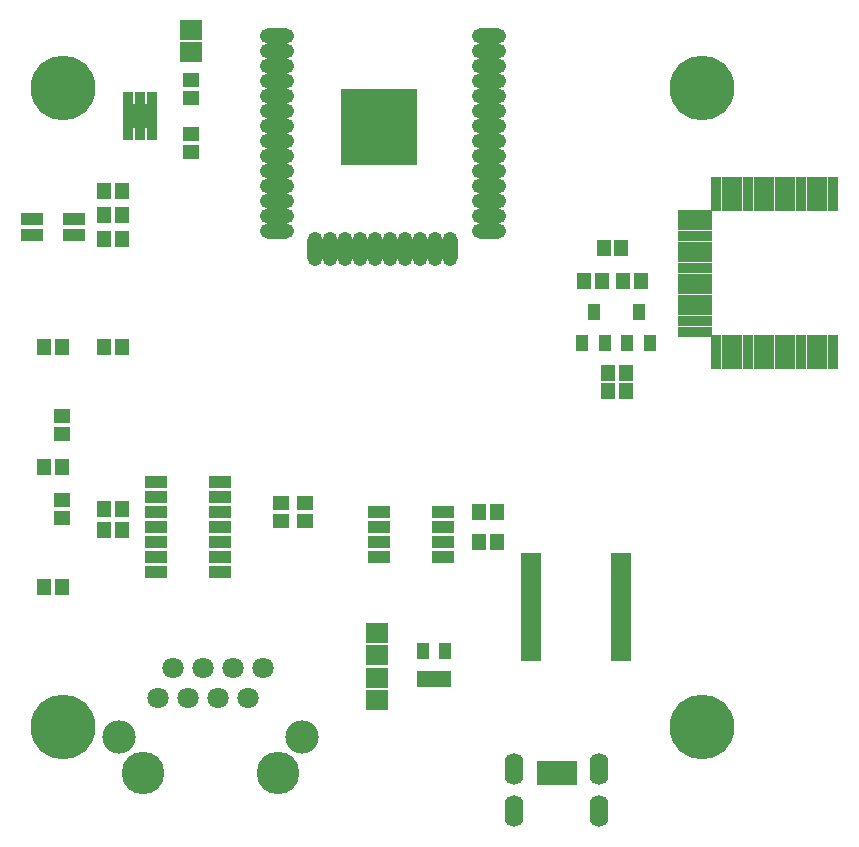
<source format=gbr>
G04 #@! TF.FileFunction,Soldermask,Top*
%FSLAX46Y46*%
G04 Gerber Fmt 4.6, Leading zero omitted, Abs format (unit mm)*
G04 Created by KiCad (PCBNEW 4.0.4-stable) date Thursday, February 23, 2017 'PMt' 05:37:00 PM*
%MOMM*%
%LPD*%
G01*
G04 APERTURE LIST*
%ADD10C,0.100000*%
%ADD11R,1.898600X1.700480*%
%ADD12R,1.299160X1.400760*%
%ADD13R,1.900000X1.100000*%
%ADD14C,1.797000*%
%ADD15C,3.600000*%
%ADD16C,2.813000*%
%ADD17R,1.090000X1.390000*%
%ADD18R,1.950000X1.000000*%
%ADD19R,1.400760X1.299160*%
%ADD20R,0.850000X1.250000*%
%ADD21R,2.900000X2.000000*%
%ADD22R,1.100000X1.400000*%
%ADD23R,1.654000X0.712000*%
%ADD24O,2.900000X1.300000*%
%ADD25O,1.300000X2.900000*%
%ADD26R,6.400000X6.400000*%
%ADD27R,1.900000X1.000000*%
%ADD28R,0.900000X2.100000*%
%ADD29O,1.600000X2.700000*%
%ADD30C,5.480000*%
%ADD31R,0.900000X2.900000*%
%ADD32R,2.900000X0.900000*%
G04 APERTURE END LIST*
D10*
D11*
X110744000Y-46164500D03*
X110744000Y-44259500D03*
X126492000Y-101028500D03*
X126492000Y-99123500D03*
X126492000Y-95313500D03*
X126492000Y-97218500D03*
D12*
X98308160Y-81280000D03*
X99811840Y-81280000D03*
X98308160Y-91440000D03*
X99811840Y-91440000D03*
D13*
X97260000Y-60260000D03*
X97260000Y-61660000D03*
X100860000Y-61660000D03*
X100860000Y-60260000D03*
D14*
X107950000Y-100838000D03*
X109220000Y-98298000D03*
X110490000Y-100838000D03*
X111760000Y-98298000D03*
X113030000Y-100838000D03*
X114300000Y-98298000D03*
X115570000Y-100838000D03*
X116840000Y-98298000D03*
D15*
X118110000Y-107188000D03*
X106680000Y-107188000D03*
D16*
X120145000Y-104138000D03*
X104645000Y-104138000D03*
D17*
X143891000Y-70739000D03*
X145791000Y-70739000D03*
X144841000Y-68149000D03*
X147701000Y-70739000D03*
X149601000Y-70739000D03*
X148651000Y-68149000D03*
D18*
X132080000Y-88900000D03*
X132080000Y-87630000D03*
X132080000Y-86360000D03*
X132080000Y-85090000D03*
X126680000Y-85090000D03*
X126680000Y-86360000D03*
X126680000Y-87630000D03*
X126680000Y-88900000D03*
D19*
X99822000Y-78475840D03*
X99822000Y-76972160D03*
X99822000Y-85587840D03*
X99822000Y-84084160D03*
D12*
X103388160Y-57912000D03*
X104891840Y-57912000D03*
X103388160Y-59944000D03*
X104891840Y-59944000D03*
X103388160Y-61976000D03*
X104891840Y-61976000D03*
D19*
X110744000Y-54599840D03*
X110744000Y-53096160D03*
X110744000Y-48524160D03*
X110744000Y-50027840D03*
D12*
X146060160Y-73279000D03*
X147563840Y-73279000D03*
X147563840Y-74803000D03*
X146060160Y-74803000D03*
X147330160Y-65532000D03*
X148833840Y-65532000D03*
X145531840Y-65532000D03*
X144028160Y-65532000D03*
X103388160Y-84836000D03*
X104891840Y-84836000D03*
X104891840Y-86614000D03*
X103388160Y-86614000D03*
X136641840Y-85090000D03*
X135138160Y-85090000D03*
X135138160Y-87630000D03*
X136641840Y-87630000D03*
D19*
X118364000Y-85841840D03*
X118364000Y-84338160D03*
X120396000Y-85841840D03*
X120396000Y-84338160D03*
D20*
X107426000Y-50112000D03*
X106426000Y-50112000D03*
X105426000Y-50112000D03*
X105426000Y-53012000D03*
X106426000Y-53012000D03*
X107426000Y-53012000D03*
D21*
X106426000Y-51562000D03*
D22*
X130368000Y-99244000D03*
X131318000Y-99244000D03*
X132268000Y-99244000D03*
X132268000Y-96844000D03*
X130368000Y-96844000D03*
D23*
X139573000Y-88900000D03*
X139573000Y-89550000D03*
X139573000Y-90200000D03*
X139573000Y-90850000D03*
X139573000Y-91500000D03*
X139573000Y-92150000D03*
X139573000Y-92800000D03*
X139573000Y-93450000D03*
X139573000Y-94100000D03*
X139573000Y-94750000D03*
X139573000Y-95400000D03*
X139573000Y-96050000D03*
X139573000Y-96700000D03*
X139573000Y-97350000D03*
X147152400Y-97350000D03*
X147152400Y-96700000D03*
X147152400Y-96050000D03*
X147152400Y-95400000D03*
X147152400Y-94750000D03*
X147152400Y-94100000D03*
X147152400Y-93450000D03*
X147152400Y-92800000D03*
X147152400Y-91500000D03*
X147152400Y-92150000D03*
X147152400Y-90850000D03*
X147152400Y-90200000D03*
X147152400Y-89550000D03*
X147152400Y-88900000D03*
D24*
X136000000Y-44788000D03*
X136000000Y-46058000D03*
X136000000Y-47328000D03*
X136000000Y-48598000D03*
X136000000Y-49868000D03*
X136000000Y-51138000D03*
X136000000Y-52408000D03*
X136000000Y-53678000D03*
X136000000Y-54948000D03*
X136000000Y-56218000D03*
X136000000Y-57488000D03*
X136000000Y-58758000D03*
X136000000Y-60028000D03*
X136000000Y-61298000D03*
D25*
X132715000Y-62788000D03*
X131445000Y-62788000D03*
X130175000Y-62788000D03*
X128905000Y-62788000D03*
X127635000Y-62788000D03*
X126365000Y-62788000D03*
X125095000Y-62788000D03*
X123825000Y-62788000D03*
X122555000Y-62788000D03*
X121285000Y-62788000D03*
D24*
X118000000Y-61298000D03*
X118000000Y-60028000D03*
X118000000Y-58758000D03*
X118000000Y-57488000D03*
X118000000Y-56218000D03*
X118000000Y-54948000D03*
X118000000Y-53678000D03*
X118000000Y-52408000D03*
X118000000Y-51138000D03*
X118000000Y-49868000D03*
X118000000Y-48598000D03*
X118000000Y-47328000D03*
X118000000Y-46058000D03*
X118000000Y-44788000D03*
D26*
X126700000Y-52488000D03*
D27*
X107790000Y-82550000D03*
X107790000Y-83820000D03*
X107790000Y-85090000D03*
X107790000Y-86360000D03*
X107790000Y-87630000D03*
X107790000Y-88900000D03*
X107790000Y-90170000D03*
X113190000Y-90170000D03*
X113190000Y-88900000D03*
X113190000Y-87630000D03*
X113190000Y-86360000D03*
X113190000Y-85090000D03*
X113190000Y-83820000D03*
X113190000Y-82550000D03*
D28*
X141732000Y-107188000D03*
X141082000Y-107188000D03*
X142382000Y-107188000D03*
X140432000Y-107188000D03*
X143032000Y-107188000D03*
D29*
X138132000Y-106838000D03*
X145332000Y-106838000D03*
X138132000Y-110388000D03*
X145332000Y-110388000D03*
D30*
X154051000Y-103251000D03*
X154051000Y-49149000D03*
X99949000Y-49149000D03*
X99949000Y-103251000D03*
D12*
X98308160Y-71120000D03*
X99811840Y-71120000D03*
X103388160Y-71120000D03*
X104891840Y-71120000D03*
D31*
X165100000Y-58170000D03*
X164200000Y-58170000D03*
X163300000Y-58170000D03*
X162400000Y-58170000D03*
X161500000Y-58170000D03*
X160600000Y-58170000D03*
X159700000Y-58170000D03*
X158800000Y-58170000D03*
X157900000Y-58170000D03*
X157000000Y-58170000D03*
X156100000Y-58170000D03*
X155200000Y-58170000D03*
D32*
X153400000Y-59920000D03*
X153400000Y-60820000D03*
X153400000Y-61720000D03*
X153400000Y-62620000D03*
X153400000Y-63520000D03*
X153400000Y-64420000D03*
X153400000Y-65320000D03*
X153400000Y-66220000D03*
X153400000Y-67120000D03*
X153400000Y-68020000D03*
X153400000Y-68920000D03*
X153400000Y-69820000D03*
D31*
X155200000Y-71570000D03*
X156100000Y-71570000D03*
X157000000Y-71570000D03*
X157900000Y-71570000D03*
X158800000Y-71570000D03*
X159700000Y-71570000D03*
X160600000Y-71570000D03*
X161500000Y-71570000D03*
X162400000Y-71570000D03*
X163300000Y-71570000D03*
X164200000Y-71570000D03*
X165100000Y-71570000D03*
D12*
X145679160Y-62738000D03*
X147182840Y-62738000D03*
M02*

</source>
